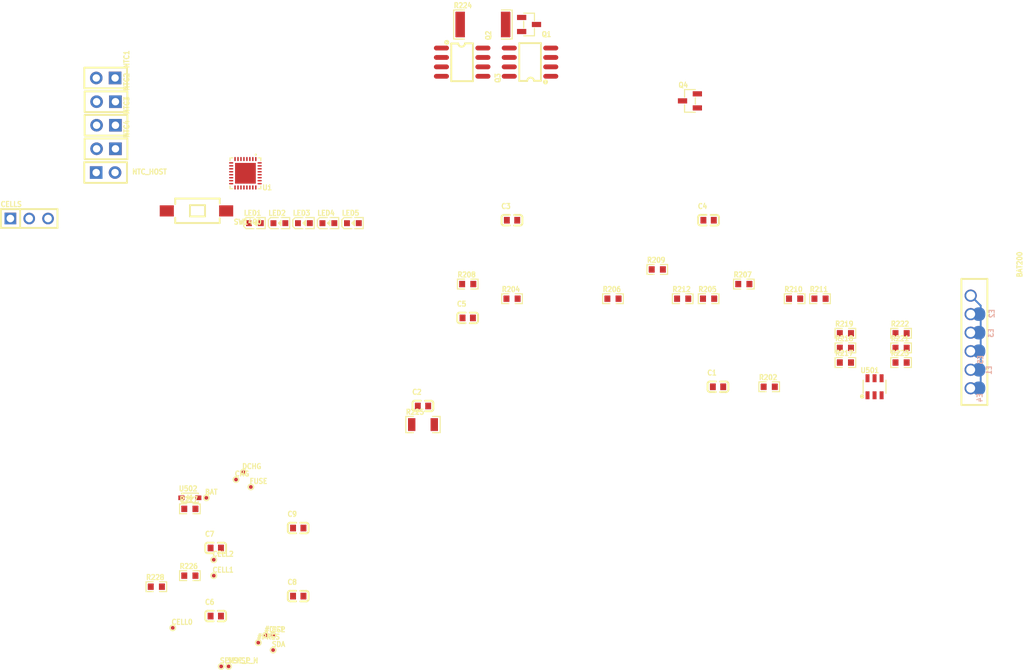
<source format=kicad_pcb>
(kicad_pcb
	(version 20241229)
	(generator "pcbnew")
	(generator_version "9.0")
	(general
		(thickness 1.6)
		(legacy_teardrops no)
	)
	(paper "A4")
	(layers
		(0 "F.Cu" signal "Top Layer")
		(2 "B.Cu" signal "Bottom Layer")
		(9 "F.Adhes" user "F.Adhesive")
		(11 "B.Adhes" user "B.Adhesive")
		(13 "F.Paste" user "Top Paste Mask Layer")
		(15 "B.Paste" user "Bottom Paste Mask Layer")
		(5 "F.SilkS" user "Top Silkscreen Layer")
		(7 "B.SilkS" user "Bottom Silkscreen Layer")
		(1 "F.Mask" user "Top Solder Mask Layer")
		(3 "B.Mask" user "Bottom Solder Mask Layer")
		(17 "Dwgs.User" user "Document Layer")
		(19 "Cmts.User" user "User.Comments")
		(21 "Eco1.User" user "User.Eco1")
		(23 "Eco2.User" user "Mechanical Layer")
		(25 "Edge.Cuts" user "Multi-Layer")
		(27 "Margin" user)
		(31 "F.CrtYd" user "F.Courtyard")
		(29 "B.CrtYd" user "B.Courtyard")
		(35 "F.Fab" user "Top Assembly Layer")
		(33 "B.Fab" user "Bottom Assembly Layer")
		(39 "User.1" user "Ratline Layer")
		(41 "User.2" user "Component Shape Layer")
		(43 "User.3" user "Component Marking Layer")
		(45 "User.4" user "3D Shell Outline Layer")
		(47 "User.5" user "3D Shell Top Layer")
		(49 "User.6" user "3D Shell Bottom Layer")
		(51 "User.7" user "Drill Drawing Layer")
	)
	(setup
		(pad_to_mask_clearance 0)
		(allow_soldermask_bridges_in_footprints no)
		(tenting front back)
		(aux_axis_origin 150 110)
		(pcbplotparams
			(layerselection 0x00000000_00000000_55555555_5755f5ff)
			(plot_on_all_layers_selection 0x00000000_00000000_00000000_00000000)
			(disableapertmacros no)
			(usegerberextensions no)
			(usegerberattributes yes)
			(usegerberadvancedattributes yes)
			(creategerberjobfile yes)
			(dashed_line_dash_ratio 12.000000)
			(dashed_line_gap_ratio 3.000000)
			(svgprecision 4)
			(plotframeref no)
			(mode 1)
			(useauxorigin no)
			(hpglpennumber 1)
			(hpglpenspeed 20)
			(hpglpendiameter 15.000000)
			(pdf_front_fp_property_popups yes)
			(pdf_back_fp_property_popups yes)
			(pdf_metadata yes)
			(pdf_single_document no)
			(dxfpolygonmode yes)
			(dxfimperialunits yes)
			(dxfusepcbnewfont yes)
			(psnegative no)
			(psa4output no)
			(plot_black_and_white yes)
			(plotinvisibletext no)
			(sketchpadsonfab no)
			(plotpadnumbers no)
			(hidednponfab no)
			(sketchdnponfab yes)
			(crossoutdnponfab yes)
			(subtractmaskfromsilk no)
			(outputformat 1)
			(mirror no)
			(drillshape 1)
			(scaleselection 1)
			(outputdirectory "")
		)
	)
	(net 0 "")
	(net 1 "$1N538")
	(net 2 "$1N575")
	(net 3 "$1N609")
	(net 4 "$1N1062")
	(net 5 "$1N692")
	(net 6 "GND")
	(net 7 "$1N1652")
	(net 8 "$1N4383")
	(net 9 "$1N1905")
	(net 10 "$1N1657")
	(net 11 "$1N1847")
	(net 12 "$1N1648")
	(net 13 "$1N2117")
	(net 14 "$1N4712")
	(net 15 "$1N4602")
	(net 16 "$1N2639")
	(net 17 "$1N2633")
	(net 18 "$1N2627")
	(net 19 "$1N2623")
	(net 20 "$1N2873")
	(net 21 "$1N3216")
	(net 22 "$1N3222")
	(net 23 "$1N2123")
	(net 24 "$1N2286")
	(net 25 "$1N2172")
	(net 26 "$1N2002")
	(net 27 "$1N2008")
	(net 28 "$1N2015")
	(net 29 "$1N4512")
	(net 30 "$1N3238")
	(net 31 "$1N3233")
	(net 32 "$1N3228")
	(net 33 "$1N6579")
	(net 34 "$1N6575")
	(net 35 "$1N6583")
	(net 36 "$1N5506")
	(net 37 "$1N5459")
	(net 38 "$1N6319")
	(net 39 "$1N5861")
	(net 40 "$1N6447")
	(net 41 "$1N5643")
	(net 42 "CHGND")
	(net 43 "$1N6958")
	(footprint "ProPrj_wantalari_2025-02-21:LED0603-RD-YELLOW" (layer "F.Cu") (at 130.823 144.925))
	(footprint "ProPrj_wantalari_2025-02-21:LED0603-RD-YELLOW" (layer "F.Cu") (at 124.219 144.925))
	(footprint "ProPrj_wantalari_2025-02-21:Test-Point-0.5mm" (layer "F.Cu") (at 122.676 178.513))
	(footprint "ProPrj_wantalari_2025-02-21:R0603" (layer "F.Cu") (at 193.5455 166.9975))
	(footprint "ProPrj_wantalari_2025-02-21:SOT-23-6_L2.9-W1.6-P0.95-LS2.8-BL" (layer "F.Cu") (at 207.743 166.9975))
	(footprint "ProPrj_wantalari_2025-02-21:LED0603-RD-YELLOW" (layer "F.Cu") (at 137.427 144.925))
	(footprint "ProPrj_wantalari_2025-02-21:LED0603-RD-YELLOW" (layer "F.Cu") (at 134.125 144.925))
	(footprint "ProPrj_wantalari_2025-02-21:R0603" (layer "F.Cu") (at 115.452 183.4605))
	(footprint "ProPrj_wantalari_2025-02-21:HDR-TH_2P-P2.54-V-F" (layer "F.Cu") (at 104.1075 125.3405 180))
	(footprint "ProPrj_wantalari_2025-02-21:LED0603-RD-YELLOW" (layer "F.Cu") (at 127.521 144.925))
	(footprint "ProPrj_wantalari_2025-02-21:C0603" (layer "F.Cu") (at 130.0635 195.2335))
	(footprint "ProPrj_wantalari_2025-02-21:HDR-TH_2P-P2.54-V-F" (layer "F.Cu") (at 104.153 131.717 180))
	(footprint "ProPrj_wantalari_2025-02-21:Test-Point-0.5mm" (layer "F.Cu") (at 121.676 179.513))
	(footprint "ProPrj_wantalari_2025-02-21:C0603" (layer "F.Cu") (at 185.3745 144.5295))
	(footprint "ProPrj_wantalari_2025-02-21:Test-Point-0.5mm" (layer "F.Cu") (at 117.676 181.974))
	(footprint "ProPrj_wantalari_2025-02-21:R0603" (layer "F.Cu") (at 178.4585 151.1685))
	(footprint "ProPrj_wantalari_2025-02-21:R0603" (layer "F.Cu") (at 203.813 159.7805))
	(footprint "ProPrj_wantalari_2025-02-21:C0603" (layer "F.Cu") (at 118.946 188.7425))
	(footprint "ProPrj_wantalari_2025-02-21:Test-Point-0.5mm" (layer "F.Cu") (at 119.676 204.7165))
	(footprint "ProPrj_wantalari_2025-02-21:SOP-8_L4.9-W3.8-P1.27-LS6.0-BL" (layer "F.Cu") (at 152.159 123.208 -90))
	(footprint "ProPrj_wantalari_2025-02-21:HDR-TH_2P-P2.54-V-F" (layer "F.Cu") (at 104.153 134.892 180))
	(footprint "ProPrj_wantalari_2025-02-21:C0603" (layer "F.Cu") (at 146.877 169.5885))
	(footprint "ProPrj_wantalari_2025-02-21:Test-Point-0.5mm" (layer "F.Cu") (at 125.676 200.5115))
	(footprint "ProPrj_wantalari_2025-02-21:Test-Point-0.5mm" (layer "F.Cu") (at 123.676 180.513))
	(footprint "ProPrj_wantalari_2025-02-21:SOT-23-3_L2.9-W1.3-P1.90-LS2.4-BR" (layer "F.Cu") (at 182.8585 128.4315))
	(footprint "ProPrj_wantalari_2025-02-21:R0603" (layer "F.Cu") (at 158.88 155.116))
	(footprint "ProPrj_wantalari_2025-02-21:C0603" (layer "F.Cu") (at 158.88 144.5295))
	(footprint "ProPrj_wantalari_2025-02-21:C0603" (layer "F.Cu") (at 118.946 197.9245))
	(footprint "ProPrj_wantalari_2025-02-21:SOD-323_L1.7-W1.3-LS2.6-RD" (layer "F.Cu") (at 115.452 181.974))
	(footprint "ProPrj_wantalari_2025-02-21:Test-Point-0.5mm" (layer "F.Cu") (at 120.676 204.7165))
	(footprint "ProPrj_wantalari_2025-02-21:HDR-TH_2P-P2.54-V-F" (layer "F.Cu") (at 104.1 138.1))
	(footprint "ProPrj_wantalari_2025-02-21:R0603" (layer "F.Cu") (at 172.4845 155.116))
	(footprint "ProPrj_wantalari_2025-02-21:Test-Point-0.5mm" (layer "F.Cu") (at 118.676 192.4765))
	(footprint "ProPrj_wantalari_2025-02-21:R2512" (layer "F.Cu") (at 154.953 118.128))
	(footprint "ProPrj_wantalari_2025-02-21:VQFN-32_L4.0-W4.0-P0.40-BL-EP" (layer "F.Cu") (at 122.943 138.1955 180))
	(footprint "ProPrj_wantalari_2025-02-21:R0603" (layer "F.Cu") (at 211.3195 159.7805))
	(footprint "ProPrj_wantalari_2025-02-21:Test-Point-0.5mm" (layer "F.Cu") (at 124.676 201.5115))
	(footprint "ProPrj_wantalari_2025-02-21:R0603" (layer "F.Cu") (at 196.968 155.116))
	(footprint "ProPrj_wantalari_2025-02-21:Test-Point-0.5mm" (layer "F.Cu") (at 118.676 190.3295))
	(footprint "ProPrj_wantalari_2025-02-21:SOP-8_L4.9-W3.8-P1.27-LS6.0-BL"
		(layer "F.Cu")
		(uuid "810dfc2c-e10f-470b-bfaf-6ec86044ffd7")
		(at 161.303 123.208 90)
		(property "Reference" "Q3"
			(at -2.8745 -3.939 90)
			(layer "F.SilkS")
			(uuid "e3d2aab6-c93b-4aed-bb38-8c8b1c4c7099")
			(effects
				(font
					(size 0.686 0.6285)
					(thickness 0.1525)
				)
				(justify left bottom)
			)
		)
		(property "Value" ""
			(at 0 0 90)
			(layer "F.Fab")
			(uuid "18226a5c-3498-425b-90e7-3b8d8a47e5bd")
			(effects
				(font
					(size 1 1)
					(thickness 0.15)
				)
			)
		)
		(property "Datasheet" ""
			(at 0 0 90)
			(layer "F.Fab")
			(hide yes)
			(uuid "718541d7-281c-4820-a6a0-863cbb4cf0dd")
			(effects
				(font
					(size 1 1)
					(thickness 0.15)
				)
			)
		)
		(property "Description" ""
			(at 0 0 90)
			(layer "F.Fab")
			(hide yes)
			(uuid "1fe36e65-5ede-497a-97fa-ac9ba0ab4398")
			(effects
				(font
					(size 1 1)
					(thickness 0.15)
				)
			)
		)
		(property "JLC_3DModel_Q" "accd2173c39247419e11c
... [135926 chars truncated]
</source>
